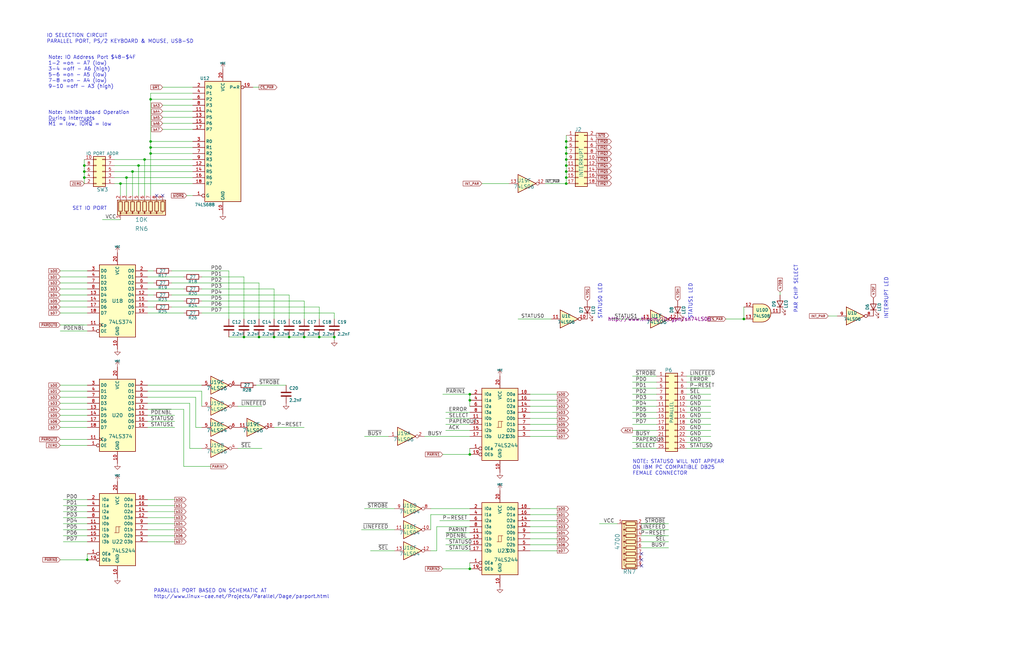
<source format=kicad_sch>
(kicad_sch (version 20211123) (generator eeschema)
  (paper "B")
  (junction (at 238.76 72.39))
  (junction (at 238.76 62.23))
  (junction (at 198.12 191.77))
  (junction (at 238.76 69.85))
  (junction (at 115.57 142.24))
  (junction (at 35.56 72.39))
  (junction (at 109.22 142.24))
  (junction (at 238.76 64.77))
  (junction (at 238.76 74.93))
  (junction (at 63.5 62.23))
  (junction (at 313.69 134.62))
  (junction (at 35.56 74.93))
  (junction (at 55.88 72.39))
  (junction (at 63.5 64.77))
  (junction (at 238.76 59.69))
  (junction (at 50.8 77.47))
  (junction (at 198.12 168.91))
  (junction (at 134.62 142.24))
  (junction (at 121.92 142.24))
  (junction (at 60.96 67.31))
  (junction (at 198.12 240.03))
  (junction (at 198.12 166.37))
  (junction (at 128.27 142.24))
  (junction (at 53.34 74.93))
  (junction (at 58.42 69.85))
  (junction (at 36.83 236.22))
  (junction (at 63.5 41.91))
  (junction (at 102.87 142.24))
  (junction (at 63.5 59.69))
  (junction (at 140.97 142.24))
  (junction (at 238.76 77.47))
  (junction (at 35.56 69.85))
  (junction (at 238.76 67.31))
  (no_connect (at 68.58 82.55))
  (no_connect (at 270.51 238.76))
  (no_connect (at 270.51 233.68))
  (no_connect (at 66.04 82.55))
  (no_connect (at 270.51 236.22))
  (wire (pts (xy 62.23 119.38) (xy 64.77 119.38)))
  (wire (pts (xy 218.44 134.62) (xy 232.41 134.62)))
  (wire (pts (xy 68.58 44.45) (xy 81.28 44.45)))
  (wire (pts (xy 102.87 134.62) (xy 102.87 116.84)))
  (wire (pts (xy 289.56 173.99) (xy 299.72 173.99)))
  (wire (pts (xy 77.47 172.72) (xy 77.47 196.85)))
  (wire (pts (xy 234.95 179.07) (xy 223.52 179.07)))
  (wire (pts (xy 36.83 116.84) (xy 25.4 116.84)))
  (wire (pts (xy 50.8 77.47) (xy 81.28 77.47)))
  (wire (pts (xy 198.12 229.87) (xy 187.96 229.87)))
  (wire (pts (xy 198.12 217.17) (xy 181.61 217.17)))
  (wire (pts (xy 55.88 82.55) (xy 55.88 72.39)))
  (wire (pts (xy 62.23 116.84) (xy 77.47 116.84)))
  (wire (pts (xy 198.12 219.71) (xy 185.42 219.71)))
  (wire (pts (xy 35.56 74.93) (xy 35.56 77.47)))
  (wire (pts (xy 266.7 158.75) (xy 276.86 158.75)))
  (wire (pts (xy 186.69 240.03) (xy 198.12 240.03)))
  (wire (pts (xy 234.95 224.79) (xy 223.52 224.79)))
  (wire (pts (xy 238.76 72.39) (xy 238.76 69.85)))
  (wire (pts (xy 289.56 161.29) (xy 299.72 161.29)))
  (wire (pts (xy 48.26 77.47) (xy 50.8 77.47)))
  (wire (pts (xy 36.83 180.34) (xy 25.4 180.34)))
  (wire (pts (xy 289.56 181.61) (xy 299.72 181.61)))
  (wire (pts (xy 187.96 181.61) (xy 198.12 181.61)))
  (wire (pts (xy 62.23 165.1) (xy 85.09 165.1)))
  (wire (pts (xy 72.39 124.46) (xy 121.92 124.46)))
  (wire (pts (xy 48.26 67.31) (xy 60.96 67.31)))
  (wire (pts (xy 281.94 228.6) (xy 270.51 228.6)))
  (wire (pts (xy 238.76 69.85) (xy 238.76 67.31)))
  (wire (pts (xy 128.27 142.24) (xy 121.92 142.24)))
  (wire (pts (xy 276.86 186.69) (xy 266.7 186.69)))
  (wire (pts (xy 198.12 166.37) (xy 198.12 168.91)))
  (wire (pts (xy 85.09 121.92) (xy 115.57 121.92)))
  (wire (pts (xy 289.56 158.75) (xy 299.72 158.75)))
  (wire (pts (xy 62.23 114.3) (xy 64.77 114.3)))
  (wire (pts (xy 203.2 77.47) (xy 214.63 77.47)))
  (wire (pts (xy 36.83 121.92) (xy 25.4 121.92)))
  (wire (pts (xy 36.83 165.1) (xy 25.4 165.1)))
  (wire (pts (xy 36.83 162.56) (xy 25.4 162.56)))
  (wire (pts (xy 82.55 180.34) (xy 82.55 167.64)))
  (wire (pts (xy 289.56 179.07) (xy 299.72 179.07)))
  (wire (pts (xy 281.94 231.14) (xy 270.51 231.14)))
  (wire (pts (xy 266.7 189.23) (xy 276.86 189.23)))
  (wire (pts (xy 36.83 177.8) (xy 25.4 177.8)))
  (wire (pts (xy 73.66 228.6) (xy 62.23 228.6)))
  (wire (pts (xy 55.88 72.39) (xy 81.28 72.39)))
  (wire (pts (xy 257.81 134.62) (xy 270.51 134.62)))
  (wire (pts (xy 36.83 129.54) (xy 25.4 129.54)))
  (wire (pts (xy 96.52 134.62) (xy 96.52 114.3)))
  (wire (pts (xy 234.95 214.63) (xy 223.52 214.63)))
  (wire (pts (xy 266.7 181.61) (xy 276.86 181.61)))
  (wire (pts (xy 26.67 228.6) (xy 36.83 228.6)))
  (wire (pts (xy 36.83 167.64) (xy 25.4 167.64)))
  (wire (pts (xy 63.5 64.77) (xy 63.5 62.23)))
  (wire (pts (xy 35.56 67.31) (xy 35.56 69.85)))
  (wire (pts (xy 181.61 217.17) (xy 181.61 223.52)))
  (wire (pts (xy 50.8 82.55) (xy 50.8 77.47)))
  (wire (pts (xy 62.23 175.26) (xy 73.66 175.26)))
  (wire (pts (xy 166.37 232.41) (xy 156.21 232.41)))
  (wire (pts (xy 26.67 213.36) (xy 36.83 213.36)))
  (wire (pts (xy 62.23 180.34) (xy 73.66 180.34)))
  (wire (pts (xy 43.18 92.71) (xy 50.8 92.71)))
  (wire (pts (xy 73.66 210.82) (xy 62.23 210.82)))
  (wire (pts (xy 181.61 232.41) (xy 184.15 232.41)))
  (wire (pts (xy 234.95 176.53) (xy 223.52 176.53)))
  (wire (pts (xy 198.12 191.77) (xy 198.12 189.23)))
  (wire (pts (xy 266.7 173.99) (xy 276.86 173.99)))
  (wire (pts (xy 63.5 82.55) (xy 63.5 64.77)))
  (wire (pts (xy 238.76 64.77) (xy 238.76 62.23)))
  (wire (pts (xy 328.93 124.46) (xy 328.93 123.19)))
  (wire (pts (xy 80.01 170.18) (xy 80.01 189.23)))
  (wire (pts (xy 299.72 189.23) (xy 289.56 189.23)))
  (wire (pts (xy 81.28 82.55) (xy 78.74 82.55)))
  (wire (pts (xy 198.12 166.37) (xy 186.69 166.37)))
  (wire (pts (xy 234.95 171.45) (xy 223.52 171.45)))
  (wire (pts (xy 115.57 142.24) (xy 109.22 142.24)))
  (wire (pts (xy 198.12 168.91) (xy 198.12 171.45)))
  (wire (pts (xy 234.95 232.41) (xy 223.52 232.41)))
  (wire (pts (xy 266.7 184.15) (xy 276.86 184.15)))
  (wire (pts (xy 36.83 137.16) (xy 25.4 137.16)))
  (wire (pts (xy 63.5 41.91) (xy 81.28 41.91)))
  (wire (pts (xy 73.66 213.36) (xy 62.23 213.36)))
  (wire (pts (xy 62.23 172.72) (xy 77.47 172.72)))
  (wire (pts (xy 198.12 224.79) (xy 187.96 224.79)))
  (wire (pts (xy 266.7 171.45) (xy 276.86 171.45)))
  (wire (pts (xy 281.94 220.98) (xy 270.51 220.98)))
  (wire (pts (xy 85.09 180.34) (xy 82.55 180.34)))
  (wire (pts (xy 26.67 226.06) (xy 36.83 226.06)))
  (wire (pts (xy 60.96 67.31) (xy 81.28 67.31)))
  (wire (pts (xy 140.97 142.24) (xy 134.62 142.24)))
  (wire (pts (xy 179.07 184.15) (xy 198.12 184.15)))
  (wire (pts (xy 266.7 161.29) (xy 276.86 161.29)))
  (wire (pts (xy 234.95 227.33) (xy 223.52 227.33)))
  (wire (pts (xy 36.83 172.72) (xy 25.4 172.72)))
  (wire (pts (xy 58.42 69.85) (xy 81.28 69.85)))
  (wire (pts (xy 153.67 184.15) (xy 163.83 184.15)))
  (wire (pts (xy 128.27 134.62) (xy 128.27 127)))
  (wire (pts (xy 63.5 39.37) (xy 81.28 39.37)))
  (wire (pts (xy 62.23 132.08) (xy 77.47 132.08)))
  (wire (pts (xy 48.26 74.93) (xy 53.34 74.93)))
  (wire (pts (xy 313.69 134.62) (xy 313.69 129.54)))
  (wire (pts (xy 36.83 132.08) (xy 25.4 132.08)))
  (wire (pts (xy 238.76 67.31) (xy 238.76 64.77)))
  (wire (pts (xy 35.56 69.85) (xy 35.56 72.39)))
  (wire (pts (xy 35.56 72.39) (xy 35.56 74.93)))
  (wire (pts (xy 68.58 54.61) (xy 81.28 54.61)))
  (wire (pts (xy 62.23 127) (xy 77.47 127)))
  (wire (pts (xy 234.95 229.87) (xy 223.52 229.87)))
  (wire (pts (xy 238.76 74.93) (xy 238.76 72.39)))
  (wire (pts (xy 36.83 124.46) (xy 25.4 124.46)))
  (wire (pts (xy 289.56 163.83) (xy 299.72 163.83)))
  (wire (pts (xy 53.34 82.55) (xy 53.34 74.93)))
  (wire (pts (xy 234.95 173.99) (xy 223.52 173.99)))
  (wire (pts (xy 85.09 165.1) (xy 85.09 171.45)))
  (wire (pts (xy 72.39 114.3) (xy 96.52 114.3)))
  (wire (pts (xy 266.7 163.83) (xy 276.86 163.83)))
  (wire (pts (xy 281.94 223.52) (xy 270.51 223.52)))
  (wire (pts (xy 107.95 162.56) (xy 120.65 162.56)))
  (wire (pts (xy 187.96 227.33) (xy 198.12 227.33)))
  (wire (pts (xy 184.15 232.41) (xy 184.15 222.25)))
  (wire (pts (xy 153.67 214.63) (xy 166.37 214.63)))
  (wire (pts (xy 68.58 36.83) (xy 81.28 36.83)))
  (wire (pts (xy 60.96 82.55) (xy 60.96 67.31)))
  (wire (pts (xy 109.22 134.62) (xy 109.22 119.38)))
  (wire (pts (xy 115.57 180.34) (xy 128.27 180.34)))
  (wire (pts (xy 198.12 232.41) (xy 187.96 232.41)))
  (wire (pts (xy 36.83 233.68) (xy 36.83 236.22)))
  (wire (pts (xy 289.56 171.45) (xy 299.72 171.45)))
  (wire (pts (xy 48.26 72.39) (xy 55.88 72.39)))
  (wire (pts (xy 36.83 236.22) (xy 25.4 236.22)))
  (wire (pts (xy 134.62 134.62) (xy 134.62 129.54)))
  (wire (pts (xy 198.12 237.49) (xy 198.12 240.03)))
  (wire (pts (xy 63.5 62.23) (xy 81.28 62.23)))
  (wire (pts (xy 53.34 74.93) (xy 81.28 74.93)))
  (wire (pts (xy 234.95 217.17) (xy 223.52 217.17)))
  (wire (pts (xy 140.97 143.51) (xy 140.97 142.24)))
  (wire (pts (xy 109.22 142.24) (xy 102.87 142.24)))
  (wire (pts (xy 238.76 62.23) (xy 238.76 59.69)))
  (wire (pts (xy 26.67 223.52) (xy 36.83 223.52)))
  (wire (pts (xy 266.7 179.07) (xy 276.86 179.07)))
  (wire (pts (xy 36.83 175.26) (xy 25.4 175.26)))
  (wire (pts (xy 36.83 114.3) (xy 25.4 114.3)))
  (wire (pts (xy 77.47 196.85) (xy 88.9 196.85)))
  (wire (pts (xy 234.95 168.91) (xy 223.52 168.91)))
  (wire (pts (xy 36.83 119.38) (xy 25.4 119.38)))
  (wire (pts (xy 26.67 210.82) (xy 36.83 210.82)))
  (wire (pts (xy 62.23 162.56) (xy 85.09 162.56)))
  (wire (pts (xy 62.23 129.54) (xy 64.77 129.54)))
  (wire (pts (xy 62.23 121.92) (xy 77.47 121.92)))
  (wire (pts (xy 186.69 191.77) (xy 198.12 191.77)))
  (wire (pts (xy 73.66 220.98) (xy 62.23 220.98)))
  (wire (pts (xy 121.92 142.24) (xy 115.57 142.24)))
  (wire (pts (xy 260.35 220.98) (xy 252.73 220.98)))
  (wire (pts (xy 48.26 69.85) (xy 58.42 69.85)))
  (wire (pts (xy 234.95 222.25) (xy 223.52 222.25)))
  (wire (pts (xy 25.4 139.7) (xy 36.83 139.7)))
  (wire (pts (xy 62.23 124.46) (xy 64.77 124.46)))
  (wire (pts (xy 306.07 134.62) (xy 313.69 134.62)))
  (wire (pts (xy 266.7 168.91) (xy 276.86 168.91)))
  (wire (pts (xy 234.95 184.15) (xy 223.52 184.15)))
  (wire (pts (xy 85.09 116.84) (xy 102.87 116.84)))
  (wire (pts (xy 85.09 127) (xy 128.27 127)))
  (wire (pts (xy 73.66 218.44) (xy 62.23 218.44)))
  (wire (pts (xy 234.95 181.61) (xy 223.52 181.61)))
  (wire (pts (xy 63.5 59.69) (xy 63.5 41.91)))
  (wire (pts (xy 238.76 77.47) (xy 238.76 74.93)))
  (wire (pts (xy 100.33 171.45) (xy 110.49 171.45)))
  (wire (pts (xy 229.87 77.47) (xy 238.76 77.47)))
  (wire (pts (xy 102.87 142.24) (xy 96.52 142.24)))
  (wire (pts (xy 121.92 134.62) (xy 121.92 124.46)))
  (wire (pts (xy 281.94 226.06) (xy 270.51 226.06)))
  (wire (pts (xy 36.83 185.42) (xy 25.4 185.42)))
  (wire (pts (xy 289.56 184.15) (xy 299.72 184.15)))
  (wire (pts (xy 72.39 119.38) (xy 109.22 119.38)))
  (wire (pts (xy 80.01 189.23) (xy 85.09 189.23)))
  (wire (pts (xy 36.83 187.96) (xy 25.4 187.96)))
  (wire (pts (xy 187.96 173.99) (xy 198.12 173.99)))
  (wire (pts (xy 63.5 41.91) (xy 63.5 39.37)))
  (wire (pts (xy 85.09 132.08) (xy 140.97 132.08)))
  (wire (pts (xy 198.12 214.63) (xy 181.61 214.63)))
  (wire (pts (xy 26.67 215.9) (xy 36.83 215.9)))
  (wire (pts (xy 62.23 167.64) (xy 82.55 167.64)))
  (wire (pts (xy 349.25 133.35) (xy 353.06 133.35)))
  (wire (pts (xy 72.39 129.54) (xy 134.62 129.54)))
  (wire (pts (xy 266.7 166.37) (xy 276.86 166.37)))
  (wire (pts (xy 26.67 218.44) (xy 36.83 218.44)))
  (wire (pts (xy 63.5 59.69) (xy 81.28 59.69)))
  (wire (pts (xy 106.68 36.83) (xy 109.22 36.83)))
  (wire (pts (xy 234.95 219.71) (xy 223.52 219.71)))
  (wire (pts (xy 198.12 179.07) (xy 187.96 179.07)))
  (wire (pts (xy 289.56 186.69) (xy 299.72 186.69)))
  (wire (pts (xy 68.58 49.53) (xy 81.28 49.53)))
  (wire (pts (xy 100.33 189.23) (xy 110.49 189.23)))
  (wire (pts (xy 62.23 177.8) (xy 73.66 177.8)))
  (wire (pts (xy 63.5 62.23) (xy 63.5 59.69)))
  (wire (pts (xy 58.42 82.55) (xy 58.42 69.85)))
  (wire (pts (xy 140.97 134.62) (xy 140.97 132.08)))
  (wire (pts (xy 73.66 223.52) (xy 62.23 223.52)))
  (wire (pts (xy 134.62 142.24) (xy 128.27 142.24)))
  (wire (pts (xy 68.58 46.99) (xy 81.28 46.99)))
  (wire (pts (xy 68.58 52.07) (xy 81.28 52.07)))
  (wire (pts (xy 115.57 134.62) (xy 115.57 121.92)))
  (wire (pts (xy 289.56 166.37) (xy 299.72 166.37)))
  (wire (pts (xy 234.95 166.37) (xy 223.52 166.37)))
  (wire (pts (xy 152.4 223.52) (xy 166.37 223.52)))
  (wire (pts (xy 62.23 170.18) (xy 80.01 170.18)))
  (wire (pts (xy 36.83 127) (xy 25.4 127)))
  (wire (pts (xy 289.56 176.53) (xy 299.72 176.53)))
  (wire (pts (xy 289.56 168.91) (xy 299.72 168.91)))
  (wire (pts (xy 238.76 59.69) (xy 238.76 57.15)))
  (wire (pts (xy 73.66 215.9) (xy 62.23 215.9)))
  (wire (pts (xy 26.67 220.98) (xy 36.83 220.98)))
  (wire (pts (xy 73.66 226.06) (xy 62.23 226.06)))
  (wire (pts (xy 187.96 176.53) (xy 198.12 176.53)))
  (wire (pts (xy 63.5 64.77) (xy 81.28 64.77)))
  (wire (pts (xy 36.83 170.18) (xy 25.4 170.18)))
  (wire (pts (xy 266.7 176.53) (xy 276.86 176.53)))
  (wire (pts (xy 184.15 222.25) (xy 198.12 222.25)))
  (text "Note: Inhibit Board Operation\nDuring Interrupts\n~{M1} = low, ~{IORQ} = low" (at 20.32 53.34 0) (effects (font (size 1.524 1.524)) (justify left bottom)))
  (text "SET IO PORT" (at 30.48 88.9 0) (effects (font (size 1.524 1.524)) (justify left bottom)))
  (text "NOTE: STATUS0 WILL NOT APPEAR \nON IBM PC COMPATIBLE DB25 \nFEMALE CONNECTOR" (at 266.7 200.66 0) (effects (font (size 1.524 1.524)) (justify left bottom)))
  (text "PARALLEL PORT BASED ON SCHEMATIC AT\nhttp://www.linux-cae.net/Projects/Parallel/Dage/parport.html" (at 64.77 252.73 0) (effects (font (size 1.524 1.524)) (justify left bottom)))
  (text "STATUS1 LED" (at 292.1 134.62 90) (effects (font (size 1.524 1.524)) (justify left bottom)))
  (text "INTERRUPT LED" (at 374.65 134.62 90) (effects (font (size 1.524 1.524)) (justify left bottom)))
  (text "PAR CHIP SELECT" (at 336.55 132.08 90) (effects (font (size 1.524 1.524)) (justify left bottom)))
  (text "STATUS0 LED" (at 254 134.62 90) (effects (font (size 1.524 1.524)) (justify left bottom)))
  (text "Note: IO Address Port $48-$4F\n1-2 =on - A7 (low)\n3-4 =off - A6 (high)\n5-6 =on - A5 (low)\n7-8 =on - A4 (low)\n9-10 =off - A3 (high)" (at 20.32 37.465 0) (effects (font (size 1.524 1.524)) (justify left bottom)))
  (text "IO SELECTION CIRCUIT\nPARALLEL PORT, PS/2 KEYBOARD & MOUSE, USB-SD" (at 19.685 18.415 0) (effects (font (size 1.524 1.524)) (justify left bottom)))
  (label "VCC" (at 259.08 220.98 180) (effects (font (size 1.524 1.524))))
  (label "PD1" (at 267.97 163.83 0) (effects (font (size 1.524 1.524))))
  (label "PAPEROUT" (at 189.23 179.07 0) (effects (font (size 1.524 1.524))))
  (label "~{LINEFEED}" (at 101.6 171.45 0) (effects (font (size 1.524 1.524))))
  (label "PD1" (at 27.94 213.36 0) (effects (font (size 1.524 1.524))))
  (label "ERROR" (at 290.83 161.29 0) (effects (font (size 1.524 1.524))))
  (label "~{SEL}" (at 280.67 228.6 180) (effects (font (size 1.524 1.524))))
  (label "GND" (at 290.83 168.91 0) (effects (font (size 1.524 1.524))))
  (label "PD4" (at 267.97 171.45 0) (effects (font (size 1.524 1.524))))
  (label "PD3" (at 88.9 121.92 0) (effects (font (size 1.524 1.524))))
  (label "PD1" (at 88.9 116.84 0) (effects (font (size 1.524 1.524))))
  (label "P-RESET" (at 116.84 180.34 0) (effects (font (size 1.524 1.524))))
  (label "GND" (at 290.83 176.53 0) (effects (font (size 1.524 1.524))))
  (label "P-RESET" (at 186.5884 219.71 0) (effects (font (size 1.524 1.524))))
  (label "ERROR" (at 189.23 173.99 0) (effects (font (size 1.524 1.524))))
  (label "~{STROBE}" (at 267.97 158.75 0) (effects (font (size 1.524 1.524))))
  (label "~{SEL}" (at 101.6 189.23 0) (effects (font (size 1.524 1.524))))
  (label "PD0" (at 88.9 114.3 0) (effects (font (size 1.524 1.524))))
  (label "~{SEL}" (at 290.83 166.37 0) (effects (font (size 1.524 1.524))))
  (label "ACK" (at 189.23 181.61 0) (effects (font (size 1.524 1.524))))
  (label "PD4" (at 27.94 220.98 0) (effects (font (size 1.524 1.524))))
  (label "~{PDENBL}" (at 63.5 175.26 0) (effects (font (size 1.524 1.524))))
  (label "PD6" (at 88.9 129.54 0) (effects (font (size 1.524 1.524))))
  (label "~{LINEFEED}" (at 153.0096 223.52 0) (effects (font (size 1.524 1.524))))
  (label "STATUS0" (at 290.83 189.23 0) (effects (font (size 1.524 1.524))))
  (label "GND" (at 290.83 171.45 0) (effects (font (size 1.524 1.524))))
  (label "~{LINEFEED}" (at 290.83 158.75 0) (effects (font (size 1.524 1.524))))
  (label "STATUS0" (at 63.5 177.8 0) (effects (font (size 1.524 1.524))))
  (label "STATUS1" (at 63.5 180.34 0) (effects (font (size 1.524 1.524))))
  (label "P-RESET" (at 290.83 163.83 0) (effects (font (size 1.524 1.524))))
  (label "STATUS0" (at 189.23 229.87 0) (effects (font (size 1.524 1.524))))
  (label "PD7" (at 27.94 228.6 0) (effects (font (size 1.524 1.524))))
  (label "PD2" (at 267.97 166.37 0) (effects (font (size 1.524 1.524))))
  (label "GND" (at 290.83 173.99 0) (effects (font (size 1.524 1.524))))
  (label "VCC" (at 44.45 92.71 0) (effects (font (size 1.524 1.524))))
  (label "PD2" (at 88.9 119.38 0) (effects (font (size 1.524 1.524))))
  (label "GND" (at 290.83 186.69 0) (effects (font (size 1.524 1.524))))
  (label "PD5" (at 88.9 127 0) (effects (font (size 1.524 1.524))))
  (label "~{STROBE}" (at 280.67 220.98 180) (effects (font (size 1.524 1.524))))
  (label "BUSY" (at 180.34 184.15 0) (effects (font (size 1.524 1.524))))
  (label "PARINT" (at 189.0268 224.79 0) (effects (font (size 1.524 1.524))))
  (label "PD5" (at 267.97 173.99 0) (effects (font (size 1.524 1.524))))
  (label "PD5" (at 27.94 223.52 0) (effects (font (size 1.524 1.524))))
  (label "STATUS1" (at 259.08 134.62 0) (effects (font (size 1.524 1.524))))
  (label "PD3" (at 267.97 168.91 0) (effects (font (size 1.524 1.524))))
  (label "STATUS1" (at 189.23 232.41 0) (effects (font (size 1.524 1.524))))
  (label "GND" (at 290.83 184.15 0) (effects (font (size 1.524 1.524))))
  (label "~{PDENBL}" (at 187.96 227.33 0) (effects (font (size 1.524 1.524))))
  (label "~{BUSY}" (at 154.94 184.15 0) (effects (font (size 1.524 1.524))))
  (label "GND" (at 290.83 181.61 0) (effects (font (size 1.524 1.524))))
  (label "PD2" (at 27.94 215.9 0) (effects (font (size 1.524 1.524))))
  (label "PD0" (at 267.97 161.29 0) (effects (font (size 1.524 1.524))))
  (label "PD3" (at 27.94 218.44 0) (effects (font (size 1.524 1.524))))
  (label "GND" (at 290.83 179.07 0) (effects (font (size 1.524 1.524))))
  (label "PD7" (at 267.97 179.07 0) (effects (font (size 1.524 1.524))))
  (label "PAPEROUT" (at 267.97 186.69 0) (effects (font (size 1.524 1.524))))
  (label "PD0" (at 27.94 210.82 0) (effects (font (size 1.524 1.524))))
  (label "PD6" (at 27.94 226.06 0) (effects (font (size 1.524 1.524))))
  (label "BUSY" (at 280.67 231.14 180) (effects (font (size 1.524 1.524))))
  (label "PD7" (at 88.9 132.08 0) (effects (font (size 1.524 1.524))))
  (label "SELECT" (at 267.97 189.23 0) (effects (font (size 1.524 1.524))))
  (label "~{SEL}" (at 159.4612 232.41 0) (effects (font (size 1.524 1.524))))
  (label "~{PDENBL}" (at 26.67 139.7 0) (effects (font (size 1.524 1.524))))
  (label "P-RESET" (at 280.67 226.06 180) (effects (font (size 1.524 1.524))))
  (label "~{INT_PAR}" (at 229.87 77.47 0) (effects (font (size 1.016 1.016))))
  (label "PD4" (at 88.9 124.46 0) (effects (font (size 1.524 1.524))))
  (label "SELECT" (at 189.23 176.53 0) (effects (font (size 1.524 1.524))))
  (label "PD6" (at 267.97 176.53 0) (effects (font (size 1.524 1.524))))
  (label "~{PARIN1}" (at 187.96 166.37 0) (effects (font (size 1.524 1.524))))
  (label "~{BUSY}" (at 267.97 184.15 0) (effects (font (size 1.524 1.524))))
  (label "STATUS0" (at 219.71 134.62 0) (effects (font (size 1.524 1.524))))
  (label "~{LINEFEED}" (at 280.67 223.52 180) (effects (font (size 1.524 1.524))))
  (label "~{STROBE}" (at 154.8892 214.63 0) (effects (font (size 1.524 1.524))))
  (label "~{STROBE}" (at 109.22 162.56 0) (effects (font (size 1.524 1.524))))
  (global_label "bD3" (shape output) (at 73.66 218.44 0) (effects (font (size 1.016 1.016))) (property "Intersheet References" "${INTERSHEET_REFS}" (effects hide)))
  (global_label "~{PARIN2}" (shape input) (at 186.69 240.03 180) (effects (font (size 1.016 1.016))) (property "Intersheet References" "${INTERSHEET_REFS}" (effects hide)))
  (global_label "ACK" (shape output) (at 266.7 181.61 180) (effects (font (size 1.016 1.016))) (property "Intersheet References" "${INTERSHEET_REFS}" (effects hide)))
  (global_label "~{EIRQ3}" (shape output) (at 251.46 67.31 0) (effects (font (size 1.016 1.016))) (property "Intersheet References" "${INTERSHEET_REFS}" (effects hide)))
  (global_label "~{PARIN0}" (shape input) (at 25.4 236.22 180) (effects (font (size 1.016 1.016))) (property "Intersheet References" "${INTERSHEET_REFS}" (effects hide)))
  (global_label "INT_PAR" (shape input) (at 203.2 77.47 180) (effects (font (size 1.016 1.016))) (property "Intersheet References" "${INTERSHEET_REFS}" (effects hide)))
  (global_label "470B" (shape input) (at 328.93 123.19 90) (effects (font (size 1.016 1.016))) (property "Intersheet References" "${INTERSHEET_REFS}" (effects hide)))
  (global_label "~{PAROUT2}" (shape input) (at 25.4 185.42 180) (effects (font (size 1.016 1.016))) (property "Intersheet References" "${INTERSHEET_REFS}" (effects hide)))
  (global_label "bD4" (shape output) (at 73.66 220.98 0) (effects (font (size 1.016 1.016))) (property "Intersheet References" "${INTERSHEET_REFS}" (effects hide)))
  (global_label "bA4" (shape input) (at 68.58 46.99 180) (effects (font (size 1.016 1.016))) (property "Intersheet References" "${INTERSHEET_REFS}" (effects hide)))
  (global_label "bD3" (shape input) (at 25.4 121.92 180) (effects (font (size 1.016 1.016))) (property "Intersheet References" "${INTERSHEET_REFS}" (effects hide)))
  (global_label "~{EIRQ0}" (shape output) (at 251.46 59.69 0) (effects (font (size 1.016 1.016))) (property "Intersheet References" "${INTERSHEET_REFS}" (effects hide)))
  (global_label "~{EIRQ2}" (shape output) (at 251.46 64.77 0) (effects (font (size 1.016 1.016))) (property "Intersheet References" "${INTERSHEET_REFS}" (effects hide)))
  (global_label "~{INT0}" (shape output) (at 251.46 57.15 0) (effects (font (size 1.016 1.016))) (property "Intersheet References" "${INTERSHEET_REFS}" (effects hide)))
  (global_label "bD0" (shape input) (at 25.4 114.3 180) (effects (font (size 1.016 1.016))) (property "Intersheet References" "${INTERSHEET_REFS}" (effects hide)))
  (global_label "bD2" (shape output) (at 234.95 219.71 0) (effects (font (size 1.016 1.016))) (property "Intersheet References" "${INTERSHEET_REFS}" (effects hide)))
  (global_label "bD2" (shape output) (at 73.66 215.9 0) (effects (font (size 1.016 1.016))) (property "Intersheet References" "${INTERSHEET_REFS}" (effects hide)))
  (global_label "bA3" (shape input) (at 68.58 44.45 180) (effects (font (size 1.016 1.016))) (property "Intersheet References" "${INTERSHEET_REFS}" (effects hide)))
  (global_label "~{PARIN1}" (shape input) (at 186.69 191.77 180) (effects (font (size 1.016 1.016))) (property "Intersheet References" "${INTERSHEET_REFS}" (effects hide)))
  (global_label "bD5" (shape output) (at 234.95 179.07 0) (effects (font (size 1.016 1.016))) (property "Intersheet References" "${INTERSHEET_REFS}" (effects hide)))
  (global_label "~{bM1}" (shape input) (at 68.58 36.83 180) (effects (font (size 1.016 1.016))) (property "Intersheet References" "${INTERSHEET_REFS}" (effects hide)))
  (global_label "bD4" (shape input) (at 25.4 172.72 180) (effects (font (size 1.016 1.016))) (property "Intersheet References" "${INTERSHEET_REFS}" (effects hide)))
  (global_label "bD7" (shape input) (at 25.4 180.34 180) (effects (font (size 1.016 1.016))) (property "Intersheet References" "${INTERSHEET_REFS}" (effects hide)))
  (global_label "bD6" (shape output) (at 234.95 181.61 0) (effects (font (size 1.016 1.016))) (property "Intersheet References" "${INTERSHEET_REFS}" (effects hide)))
  (global_label "bD7" (shape input) (at 25.4 132.08 180) (effects (font (size 1.016 1.016))) (property "Intersheet References" "${INTERSHEET_REFS}" (effects hide)))
  (global_label "bD1" (shape input) (at 25.4 116.84 180) (effects (font (size 1.016 1.016))) (property "Intersheet References" "${INTERSHEET_REFS}" (effects hide)))
  (global_label "bD5" (shape input) (at 25.4 175.26 180) (effects (font (size 1.016 1.016))) (property "Intersheet References" "${INTERSHEET_REFS}" (effects hide)))
  (global_label "bA7" (shape input) (at 68.58 54.61 180) (effects (font (size 1.016 1.016))) (property "Intersheet References" "${INTERSHEET_REFS}" (effects hide)))
  (global_label "bD1" (shape output) (at 73.66 213.36 0) (effects (font (size 1.016 1.016))) (property "Intersheet References" "${INTERSHEET_REFS}" (effects hide)))
  (global_label "bD0" (shape input) (at 25.4 162.56 180) (effects (font (size 1.016 1.016))) (property "Intersheet References" "${INTERSHEET_REFS}" (effects hide)))
  (global_label "bA6" (shape input) (at 68.58 52.07 180) (effects (font (size 1.016 1.016))) (property "Intersheet References" "${INTERSHEET_REFS}" (effects hide)))
  (global_label "bD0" (shape output) (at 73.66 210.82 0) (effects (font (size 1.016 1.016))) (property "Intersheet References" "${INTERSHEET_REFS}" (effects hide)))
  (global_label "bD5" (shape input) (at 25.4 127 180) (effects (font (size 1.016 1.016))) (property "Intersheet References" "${INTERSHEET_REFS}" (effects hide)))
  (global_label "bD7" (shape output) (at 73.66 228.6 0) (effects (font (size 1.016 1.016))) (property "Intersheet References" "${INTERSHEET_REFS}" (effects hide)))
  (global_label "470F" (shape input) (at 368.3 125.73 90) (effects (font (size 1.016 1.016))) (property "Intersheet References" "${INTERSHEET_REFS}" (effects hide)))
  (global_label "bD6" (shape output) (at 234.95 229.87 0) (effects (font (size 1.016 1.016))) (property "Intersheet References" "${INTERSHEET_REFS}" (effects hide)))
  (global_label "bD7" (shape output) (at 234.95 184.15 0) (effects (font (size 1.016 1.016))) (property "Intersheet References" "${INTERSHEET_REFS}" (effects hide)))
  (global_label "bD1" (shape output) (at 234.95 217.17 0) (effects (font (size 1.016 1.016))) (property "Intersheet References" "${INTERSHEET_REFS}" (effects hide)))
  (global_label "bD2" (shape input) (at 25.4 167.64 180) (effects (font (size 1.016 1.016))) (property "Intersheet References" "${INTERSHEET_REFS}" (effects hide)))
  (global_label "~{EIRQ4}" (shape output) (at 251.46 69.85 0) (effects (font (size 1.016 1.016))) (property "Intersheet References" "${INTERSHEET_REFS}" (effects hide)))
  (global_label "bD6" (shape input) (at 25.4 129.54 180) (effects (font (size 1.016 1.016))) (property "Intersheet References" "${INTERSHEET_REFS}" (effects hide)))
  (global_label "~{EIRQ7}" (shape output) (at 251.46 77.47 0) (effects (font (size 1.016 1.016))) (property "Intersheet References" "${INTERSHEET_REFS}" (effects hide)))
  (global_label "bD1" (shape input) (at 25.4 165.1 180) (effects (font (size 1.016 1.016))) (property "Intersheet References" "${INTERSHEET_REFS}" (effects hide)))
  (global_label "bA5" (shape input) (at 68.58 49.53 180) (effects (font (size 1.016 1.016))) (property "Intersheet References" "${INTERSHEET_REFS}" (effects hide)))
  (global_label "bD0" (shape output) (at 234.95 214.63 0) (effects (font (size 1.016 1.016))) (property "Intersheet References" "${INTERSHEET_REFS}" (effects hide)))
  (global_label "ZERO" (shape input) (at 25.4 187.96 180) (effects (font (size 1.016 1.016))) (property "Intersheet References" "${INTERSHEET_REFS}" (effects hide)))
  (global_label "bD5" (shape output) (at 234.95 227.33 0) (effects (font (size 1.016 1.016))) (property "Intersheet References" "${INTERSHEET_REFS}" (effects hide)))
  (global_label "470G" (shape input) (at 247.65 127 90) (effects (font (size 1.016 1.016))) (property "Intersheet References" "${INTERSHEET_REFS}" (effects hide)))
  (global_label "ZERO" (shape input) (at 35.56 77.47 180) (effects (font (size 1.016 1.016))) (property "Intersheet References" "${INTERSHEET_REFS}" (effects hide)))
  (global_label "~{bIORQ}" (shape input) (at 78.74 82.55 180) (effects (font (size 1.016 1.016))) (property "Intersheet References" "${INTERSHEET_REFS}" (effects hide)))
  (global_label "~{CS_PAR}" (shape output) (at 109.22 36.83 0) (effects (font (size 1.016 1.016))) (property "Intersheet References" "${INTERSHEET_REFS}" (effects hide)))
  (global_label "bD6" (shape output) (at 73.66 226.06 0) (effects (font (size 1.016 1.016))) (property "Intersheet References" "${INTERSHEET_REFS}" (effects hide)))
  (global_label "bD3" (shape output) (at 234.95 222.25 0) (effects (font (size 1.016 1.016))) (property "Intersheet References" "${INTERSHEET_REFS}" (effects hide)))
  (global_label "~{EIRQ1}" (shape output) (at 251.46 62.23 0) (effects (font (size 1.016 1.016))) (property "Intersheet References" "${INTERSHEET_REFS}" (effects hide)))
  (global_label "bD2" (shape input) (at 25.4 119.38 180) (effects (font (size 1.016 1.016))) (property "Intersheet References" "${INTERSHEET_REFS}" (effects hide)))
  (global_label "bD3" (shape output) (at 234.95 173.99 0) (effects (font (size 1.016 1.016))) (property "Intersheet References" "${INTERSHEET_REFS}" (effects hide)))
  (global_label "bD7" (shape output) (at 234.95 232.41 0) (effects (font (size 1.016 1.016))) (property "Intersheet References" "${INTERSHEET_REFS}" (effects hide)))
  (global_label "~{EIRQ6}" (shape output) (at 251.46 74.93 0) (effects (font (size 1.016 1.016))) (property "Intersheet References" "${INTERSHEET_REFS}" (effects hide)))
  (global_label "~{PAROUT0}" (shape input) (at 25.4 137.16 180) (effects (font (size 1.016 1.016))) (property "Intersheet References" "${INTERSHEET_REFS}" (effects hide)))
  (global_label "bD1" (shape output) (at 234.95 168.91 0) (effects (font (size 1.016 1.016))) (property "Intersheet References" "${INTERSHEET_REFS}" (effects hide)))
  (global_label "bD0" (shape output) (at 234.95 166.37 0) (effects (font (size 1.016 1.016))) (property "Intersheet References" "${INTERSHEET_REFS}" (effects hide)))
  (global_label "~{CS_PAR}" (shape input) (at 306.07 134.62 180) (effects (font (size 1.016 1.016))) (property "Intersheet References" "${INTERSHEET_REFS}" (effects hide)))
  (global_label "bD4" (shape input) (at 25.4 124.46 180) (effects (font (size 1.016 1.016))) (property "Intersheet References" "${INTERSHEET_REFS}" (effects hide)))
  (global_label "INT_PAR" (shape input) (at 349.25 133.35 180) (effects (font (size 1.016 1.016))) (property "Intersheet References" "${INTERSHEET_REFS}" (effects hide)))
  (global_label "bD4" (shape output) (at 234.95 224.79 0) (effects (font (size 1.016 1.016))) (property "Intersheet References" "${INTERSHEET_REFS}" (effects hide)))
  (global_label "470H" (shape input) (at 285.75 127 90) (effects (font (size 1.016 1.016))) (property "Intersheet References" "${INTERSHEET_REFS}" (effects hide)))
  (global_label "bD3" (shape input) (at 25.4 170.18 180) (effects (font (size 1.016 1.016))) (property "Intersheet References" "${INTERSHEET_REFS}" (effects hide)))
  (global_label "bD6" (shape input) (at 25.4 177.8 180) (effects (font (size 1.016 1.016))) (property "Intersheet References" "${INTERSHEET_REFS}" (effects hide)))
  (global_label "PARINT" (shape output) (at 88.9 196.85 0) (effects (font (size 1.016 1.016))) (property "Intersheet References" "${INTERSHEET_REFS}" (effects hide)))
  (global_label "~{EIRQ5}" (shape output) (at 251.46 72.39 0) (effects (font (size 1.016 1.016))) (property "Intersheet References" "${INTERSHEET_REFS}" (effects hide)))
  (global_label "bD5" (shape output) (at 73.66 223.52 0) (effects (font (size 1.016 1.016))) (property "Intersheet References" "${INTERSHEET_REFS}" (effects hide)))
  (global_label "bD2" (shape output) (at 234.95 171.45 0) (effects (font (size 1.016 1.016))) (property "Intersheet References" "${INTERSHEET_REFS}" (effects hide)))
  (global_label "bD4" (shape output) (at 234.95 176.53 0) (effects (font (size 1.016 1.016))) (property "Intersheet References" "${INTERSHEET_REFS}" (effects hide)))
  (symbol (lib_id "74xx:74LS244") (at 210.82 179.07 0) (unit 1)
    (property "Reference" "U21" (at 212.09 184.15 0) (effects (font (size 1.524 1.524))))
    (property "Value" "74LS244" (at 213.36 187.96 0) (effects (font (size 1.524 1.524))))
    (property "Footprint" "Package_DIP:DIP-20_W7.62mm" (effects hide))
    (property "Datasheet" "http://www.ti.com/lit/ds/symlink/sn74ls244.pdf" (effects hide))
  )
  (symbol (lib_id "Device:R") (at 81.28 132.08 270) (unit 1)
    (property "Reference" "R26" (at 81.28 134.112 90))
    (property "Value" "27" (at 81.28 132.08 90))
    (property "Footprint" "Resistor_THT:R_Axial_DIN0207_L6.3mm_D2.5mm_P7.62mm_Horizontal" (effects hide))
  )
  (symbol (lib_id "74xx:74LS06") (at 278.13 134.62 0) (unit 6)
    (property "Reference" "U1" (at 276.86 133.35 0) (effects (font (size 1.524 1.524))))
    (property "Value" "74LS06" (at 276.86 135.89 0) (effects (font (size 1.524 1.524))))
    (property "Footprint" "Package_DIP:DIP-14_W7.62mm" (effects hide))
    (property "Datasheet" "http://www.ti.com/lit/gpn/sn74LS06" (at 278.13 134.62 0) (effects (font (size 1.524 1.524))))
  )
  (symbol (lib_id "74xx:74LS06") (at 240.03 134.62 0) (unit 5)
    (property "Reference" "U1" (at 238.76 133.35 0))
    (property "Value" "74LS06" (at 238.76 135.89 0))
    (property "Footprint" "Package_DIP:DIP-14_W7.62mm" (effects hide))
    (property "Datasheet" "http://www.ti.com/lit/gpn/sn74LS06" (effects hide))
  )
  (symbol (lib_id "74xx:74LS08") (at 321.31 132.08 0) (unit 4)
    (property "Reference" "U10" (at 318.77 130.81 0) (effects (justify left)))
    (property "Value" "74LS08" (at 317.5 133.35 0) (effects (justify left)))
    (property "Footprint" "Package_DIP:DIP-14_W7.62mm" (effects hide))
    (property "Datasheet" "http://www.ti.com/lit/gpn/sn74LS08" (effects hide))
  )
  (symbol (lib_id "74xx:74LS04") (at 92.71 180.34 0) (unit 3)
    (property "Reference" "U16" (at 91.44 179.07 0) (effects (font (size 1.524 1.524))))
    (property "Value" "74LS04" (at 91.44 181.61 0) (effects (font (size 1.524 1.524))))
    (property "Footprint" "Package_DIP:DIP-14_W7.62mm" (effects hide))
    (property "Datasheet" "http://www.ti.com/lit/gpn/sn74LS04" (effects hide))
  )
  (symbol (lib_id "74xx:74LS244") (at 210.82 227.33 0) (unit 1)
    (property "Reference" "U23" (at 212.09 232.41 0) (effects (font (size 1.524 1.524))))
    (property "Value" "74LS244" (at 213.36 236.22 0) (effects (font (size 1.524 1.524))))
    (property "Footprint" "Package_DIP:DIP-20_W7.62mm" (effects hide))
    (property "Datasheet" "http://www.ti.com/lit/ds/symlink/sn74ls244.pdf" (effects hide))
  )
  (symbol (lib_id "Connector_Generic:Conn_02x13_Odd_Even") (at 281.94 173.99 0) (unit 1)
    (property "Reference" "P6" (at 281.94 156.21 0) (effects (font (size 1.524 1.524))))
    (property "Value" "PARALLEL" (at 283.21 173.99 90))
    (property "Footprint" "Connector_IDC:IDC-Header_2x13_P2.54mm_Horizontal" (effects hide))
  )
  (symbol (lib_id "Device:R") (at 68.58 124.46 270) (unit 1)
    (property "Reference" "R23" (at 68.58 126.492 90))
    (property "Value" "27" (at 68.58 124.46 90))
    (property "Footprint" "Resistor_THT:R_Axial_DIN0207_L6.3mm_D2.5mm_P7.62mm_Horizontal" (effects hide))
  )
  (symbol (lib_id "Device:C") (at 128.27 138.43 0) (unit 1)
    (property "Reference" "C17" (at 129.54 135.89 0) (effects (justify left)))
    (property "Value" "2.2nF" (at 129.54 140.97 0) (effects (justify left)))
    (property "Footprint" "Capacitor_THT:C_Disc_D5.0mm_W2.5mm_P5.00mm" (effects hide))
  )
  (symbol (lib_id "74xx:74LS06") (at 171.45 184.15 0) (unit 1)
    (property "Reference" "U19" (at 170.18 182.88 0) (effects (font (size 1.524 1.524))))
    (property "Value" "74LS06" (at 170.18 185.42 0) (effects (font (size 1.524 1.524))))
    (property "Footprint" "Package_DIP:DIP-14_W7.62mm" (effects hide))
    (property "Datasheet" "http://www.ti.com/lit/gpn/sn74LS06" (effects hide))
  )
  (symbol (lib_id "74xx:74LS06") (at 222.25 77.47 0) (unit 6)
    (property "Reference" "U19" (at 220.98 76.2 0) (effects (font (size 1.524 1.524))))
    (property "Value" "74LS06" (at 220.98 78.74 0) (effects (font (size 1.524 1.524))))
    (property "Footprint" "Package_DIP:DIP-14_W7.62mm" (effects hide))
    (property "Datasheet" "http://www.ti.com/lit/gpn/sn74LS06" (effects hide))
  )
  (symbol (lib_id "power:VCC") (at 210.82 207.01 0) (unit 1)
    (property "Reference" "#PWR052" (effects hide))
    (property "Value" "VCC" (at 210.82 204.47 0) (effects (font (size 0.762 0.762))))
  )
  (symbol (lib_id "power:GND") (at 210.82 199.39 0) (unit 1)
    (property "Reference" "#PWR050" (effects hide))
    (property "Value" "GND" (effects hide))
  )
  (symbol (lib_id "power:GND") (at 210.82 247.65 0) (unit 1)
    (property "Reference" "#PWR054" (effects hide))
    (property "Value" "GND" (effects hide))
  )
  (symbol (lib_id "power:GND") (at 120.65 170.18 0) (unit 1)
    (property "Reference" "#PWR048" (effects hide))
    (property "Value" "GND" (effects hide))
  )
  (symbol (lib_id "74xx:74LS374") (at 49.53 127 0) (unit 1)
    (property "Reference" "U18" (at 49.53 127 0) (effects (font (size 1.524 1.524))))
    (property "Value" "74LS374" (at 50.8 135.89 0) (effects (font (size 1.524 1.524))))
    (property "Footprint" "Package_DIP:DIP-20_W7.62mm" (effects hide))
    (property "Datasheet" "http://www.ti.com/lit/gpn/sn74LS374" (effects hide))
  )
  (symbol (lib_id "Device:R") (at 81.28 121.92 270) (unit 1)
    (property "Reference" "R20" (at 81.28 123.952 90))
    (property "Value" "27" (at 81.28 121.92 90))
    (property "Footprint" "Resistor_THT:R_Axial_DIN0207_L6.3mm_D2.5mm_P7.62mm_Horizontal" (effects hide))
  )
  (symbol (lib_id "Device:R") (at 81.28 127 270) (unit 1)
    (property "Reference" "R24" (at 81.28 129.032 90))
    (property "Value" "27" (at 81.28 127 90))
    (property "Footprint" "Resistor_THT:R_Axial_DIN0207_L6.3mm_D2.5mm_P7.62mm_Horizontal" (effects hide))
  )
  (symbol (lib_id "Device:R") (at 104.14 162.56 270) (unit 1)
    (property "Reference" "R28" (at 104.14 164.592 90))
    (property "Value" "27" (at 104.14 162.56 90))
    (property "Footprint" "Resistor_THT:R_Axial_DIN0207_L6.3mm_D2.5mm_P7.62mm_Horizontal" (effects hide))
  )
  (symbol (lib_id "Connector_Generic:Conn_02x05_Odd_Even") (at 43.18 72.39 180) (unit 1)
    (property "Reference" "SW3" (at 43.18 80.01 0) (effects (font (size 1.524 1.524))))
    (property "Value" "IO PORT ADDR" (at 43.18 64.77 0))
    (property "Footprint" "Connector_PinHeader_2.54mm:PinHeader_2x05_P2.54mm_Vertical" (effects hide))
  )
  (symbol (lib_id "Device:R") (at 68.58 119.38 270) (unit 1)
    (property "Reference" "R19" (at 68.58 121.412 90))
    (property "Value" "27" (at 68.58 119.38 90))
    (property "Footprint" "Resistor_THT:R_Axial_DIN0207_L6.3mm_D2.5mm_P7.62mm_Horizontal" (effects hide))
  )
  (symbol (lib_id "Device:R") (at 68.58 129.54 270) (unit 1)
    (property "Reference" "R25" (at 68.58 131.572 90))
    (property "Value" "27" (at 68.58 129.54 90))
    (property "Footprint" "Resistor_THT:R_Axial_DIN0207_L6.3mm_D2.5mm_P7.62mm_Horizontal" (effects hide))
  )
  (symbol (lib_id "Device:C") (at 115.57 138.43 0) (unit 1)
    (property "Reference" "C15" (at 116.84 135.89 0) (effects (justify left)))
    (property "Value" "2.2nF" (at 116.84 140.97 0) (effects (justify left)))
    (property "Footprint" "Capacitor_THT:C_Disc_D5.0mm_W2.5mm_P5.00mm" (effects hide))
  )
  (symbol (lib_id "Device:C") (at 140.97 138.43 0) (unit 1)
    (property "Reference" "C19" (at 142.24 135.89 0) (effects (justify left)))
    (property "Value" "2.2nF" (at 142.24 140.97 0) (effects (justify left)))
    (property "Footprint" "Capacitor_THT:C_Disc_D5.0mm_W2.5mm_P5.00mm" (effects hide))
  )
  (symbol (lib_id "74xx:74LS04") (at 173.99 232.41 0) (unit 6)
    (property "Reference" "U16" (at 172.72 231.14 0) (effects (font (size 1.524 1.524))))
    (property "Value" "74LS04" (at 172.72 233.68 0) (effects (font (size 1.524 1.524))))
    (property "Footprint" "Package_DIP:DIP-14_W7.62mm" (effects hide))
    (property "Datasheet" "http://www.ti.com/lit/gpn/sn74LS04" (effects hide))
  )
  (symbol (lib_id "74xx:74LS06") (at 107.95 180.34 0) (unit 5)
    (property "Reference" "U19" (at 106.68 179.07 0) (effects (font (size 1.524 1.524))))
    (property "Value" "74LS06" (at 106.68 181.61 0) (effects (font (size 1.524 1.524))))
    (property "Footprint" "Package_DIP:DIP-14_W7.62mm" (effects hide))
    (property "Datasheet" "http://www.ti.com/lit/gpn/sn74LS06" (effects hide))
  )
  (symbol (lib_id "74xx:74LS04") (at 173.99 223.52 0) (unit 5)
    (property "Reference" "U16" (at 172.72 222.25 0) (effects (font (size 1.524 1.524))))
    (property "Value" "74LS04" (at 172.72 224.79 0) (effects (font (size 1.524 1.524))))
    (property "Footprint" "Package_DIP:DIP-14_W7.62mm" (effects hide))
    (property "Datasheet" "http://www.ti.com/lit/gpn/sn74LS04" (effects hide))
  )
  (symbol (lib_id "74xx:74LS374") (at 49.53 175.26 0) (unit 1)
    (property "Reference" "U20" (at 49.53 175.26 0) (effects (font (size 1.524 1.524))))
    (property "Value" "74LS374" (at 50.8 184.15 0) (effects (font (size 1.524 1.524))))
    (property "Footprint" "Package_DIP:DIP-20_W7.62mm" (effects hide))
    (property "Datasheet" "http://www.ti.com/lit/gpn/sn74LS374" (effects hide))
  )
  (symbol (lib_id "Device:R") (at 68.58 114.3 270) (unit 1)
    (property "Reference" "R17" (at 68.58 116.332 90))
    (property "Value" "27" (at 68.58 114.3 90))
    (property "Footprint" "Resistor_THT:R_Axial_DIN0207_L6.3mm_D2.5mm_P7.62mm_Horizontal" (effects hide))
  )
  (symbol (lib_id "Device:R_Network08") (at 265.43 231.14 90) (mirror x) (unit 1)
    (property "Reference" "RN7" (at 265.43 241.3 90) (effects (font (size 1.778 1.778))))
    (property "Value" "4700" (at 260.35 228.6 0) (effects (font (size 1.778 1.778))))
    (property "Footprint" "Resistor_THT:R_Array_SIP9" (effects hide))
    (property "Datasheet" "http://www.vishay.com/docs/31509/csc.pdf" (effects hide))
  )
  (symbol (lib_id "Device:C") (at 96.52 138.43 0) (unit 1)
    (property "Reference" "C12" (at 97.79 135.89 0) (effects (justify left)))
    (property "Value" "2.2nF" (at 97.79 140.97 0) (effects (justify left)))
    (property "Footprint" "Capacitor_THT:C_Disc_D5.0mm_W2.5mm_P5.00mm" (effects hide))
  )
  (symbol (lib_id "Device:C") (at 102.87 138.43 0) (unit 1)
    (property "Reference" "C13" (at 104.14 135.89 0) (effects (justify left)))
    (property "Value" "2.2nF" (at 104.14 140.97 0) (effects (justify left)))
    (property "Footprint" "Capacitor_THT:C_Disc_D5.0mm_W2.5mm_P5.00mm" (effects hide))
  )
  (symbol (lib_id "Device:C") (at 109.22 138.43 0) (unit 1)
    (property "Reference" "C14" (at 110.49 135.89 0) (effects (justify left)))
    (property "Value" "2.2nF" (at 110.49 140.97 0) (effects (justify left)))
    (property "Footprint" "Capacitor_THT:C_Disc_D5.0mm_W2.5mm_P5.00mm" (effects hide))
  )
  (symbol (lib_id "Device:C") (at 121.92 138.43 0) (unit 1)
    (property "Reference" "C16" (at 123.19 135.89 0) (effects (justify left)))
    (property "Value" "2.2nF" (at 123.19 140.97 0) (effects (justify left)))
    (property "Footprint" "Capacitor_THT:C_Disc_D5.0mm_W2.5mm_P5.00mm" (effects hide))
  )
  (symbol (lib_id "power:GND") (at 140.97 143.51 0) (unit 1)
    (property "Reference" "#PWR043" (effects hide))
    (property "Value" "GND" (effects hide))
  )
  (symbol (lib_id "Device:C") (at 120.65 166.37 0) (unit 1)
    (property "Reference" "C20" (at 121.92 163.83 0) (effects (justify left)))
    (property "Value" "2.2nF" (at 121.92 168.91 0) (effects (justify left)))
    (property "Footprint" "Capacitor_THT:C_Disc_D5.0mm_W2.5mm_P5.00mm" (effects hide))
  )
  (symbol (lib_id "Device:LED") (at 368.3 129.54 90) (unit 1)
    (property "Reference" "D6" (at 365.76 129.54 0))
    (property "Value" "LED" (at 370.84 129.54 0))
    (property "Footprint" "LED_THT:LED_D3.0mm" (effects hide))
  )
  (symbol (lib_id "Device:LED") (at 247.65 130.81 90) (unit 1)
    (property "Reference" "D7" (at 245.11 130.81 0))
    (property "Value" "LED" (at 250.19 130.81 0))
    (property "Footprint" "LED_THT:LED_D3.0mm" (effects hide))
  )
  (symbol (lib_id "power:VCC") (at 49.53 106.68 0) (unit 1)
    (property "Reference" "#PWR040" (effects hide))
    (property "Value" "VCC" (at 49.53 104.14 0) (effects (font (size 0.762 0.762))))
  )
  (symbol (lib_id "power:GND") (at 49.53 147.32 0) (unit 1)
    (property "Reference" "#PWR044" (effects hide))
    (property "Value" "GND" (effects hide))
  )
  (symbol (lib_id "power:VCC") (at 210.82 158.75 0) (unit 1)
    (property "Reference" "#PWR047" (effects hide))
    (property "Value" "VCC" (at 210.82 156.21 0) (effects (font (size 0.762 0.762))))
  )
  (symbol (lib_id "Device:LED") (at 328.93 128.27 90) (unit 1)
    (property "Reference" "D9" (at 326.39 128.27 0))
    (property "Value" "LED" (at 331.47 128.27 0))
    (property "Footprint" "LED_THT:LED_D3.0mm_Horizontal_O3.81mm_Z2.0mm" (effects hide))
  )
  (symbol (lib_id "power:VCC") (at 93.98 29.21 0) (unit 1)
    (property "Reference" "#PWR034" (effects hide))
    (property "Value" "VCC" (at 93.98 26.67 0) (effects (font (size 0.762 0.762))))
  )
  (symbol (lib_id "74xx:74LS688") (at 93.98 59.69 0) (unit 1)
    (property "Reference" "U12" (at 86.36 33.02 0))
    (property "Value" "74LS688" (at 86.36 86.36 0))
    (property "Footprint" "Package_DIP:DIP-20_W7.62mm" (effects hide))
    (property "Datasheet" "http://www.ti.com/lit/gpn/sn74LS688" (effects hide))
  )
  (symbol (lib_id "74xx:74LS04") (at 173.99 214.63 0) (unit 4)
    (property "Reference" "U16" (at 172.72 213.36 0) (effects (font (size 1.524 1.524))))
    (property "Value" "74LS04" (at 172.72 215.9 0) (effects (font (size 1.524 1.524))))
    (property "Footprint" "Package_DIP:DIP-14_W7.62mm" (effects hide))
    (property "Datasheet" "http://www.ti.com/lit/gpn/sn74LS04" (effects hide))
  )
  (symbol (lib_id "74xx:74LS244") (at 49.53 223.52 0) (unit 1)
    (property "Reference" "U22" (at 49.53 228.6 0) (effects (font (size 1.524 1.524))))
    (property "Value" "74LS244" (at 52.07 232.41 0) (effects (font (size 1.524 1.524))))
    (property "Footprint" "Package_DIP:DIP-20_W7.62mm" (effects hide))
    (property "Datasheet" "http://www.ti.com/lit/ds/symlink/sn74ls244.pdf" (effects hide))
  )
  (symbol (lib_id "Device:R") (at 81.28 116.84 270) (unit 1)
    (property "Reference" "R18" (at 81.28 118.872 90))
    (property "Value" "27" (at 81.28 116.84 90))
    (property "Footprint" "Resistor_THT:R_Axial_DIN0207_L6.3mm_D2.5mm_P7.62mm_Horizontal" (effects hide))
  )
  (symbol (lib_id "74xx:74LS06") (at 92.71 189.23 0) (unit 2)
    (property "Reference" "U19" (at 91.44 187.96 0) (effects (font (size 1.524 1.524))))
    (property "Value" "74LS06" (at 91.44 190.5 0) (effects (font (size 1.524 1.524))))
    (property "Footprint" "Package_DIP:DIP-14_W7.62mm" (effects hide))
    (property "Datasheet" "http://www.ti.com/lit/gpn/sn74LS06" (effects hide))
  )
  (symbol (lib_id "74xx:74LS06") (at 92.71 162.56 0) (unit 3)
    (property "Reference" "U19" (at 91.44 161.29 0) (effects (font (size 1.524 1.524))))
    (property "Value" "74LS06" (at 91.44 163.83 0) (effects (font (size 1.524 1.524))))
    (property "Footprint" "Package_DIP:DIP-14_W7.62mm" (effects hide))
    (property "Datasheet" "http://www.ti.com/lit/gpn/sn74LS06" (effects hide))
  )
  (symbol (lib_id "74xx:74LS06") (at 92.71 171.45 0) (unit 4)
    (property "Reference" "U19" (at 91.44 170.18 0) (effects (font (size 1.524 1.524))))
    (property "Value" "74LS06" (at 91.44 172.72 0) (effects (font (size 1.524 1.524))))
    (property "Footprint" "Package_DIP:DIP-14_W7.62mm" (effects hide))
    (property "Datasheet" "http://www.ti.com/lit/gpn/sn74LS06" (effects hide))
  )
  (symbol (lib_id "Device:LED") (at 285.75 130.81 90) (unit 1)
    (property "Reference" "D8" (at 283.21 130.81 0))
    (property "Value" "LED" (at 288.29 130.81 0))
    (property "Footprint" "LED_THT:LED_D3.0mm" (effects hide))
  )
  (symbol (lib_id "Device:R_Network08") (at 60.96 87.63 0) (mirror x) (unit 1)
    (property "Reference" "RN6" (at 59.69 96.52 0) (effects (font (size 1.778 1.778))))
    (property "Value" "10K" (at 59.69 92.71 0) (effects (font (size 1.778 1.778))))
    (property "Footprint" "Resistor_THT:R_Array_SIP9" (effects hide))
    (property "Datasheet" "http://www.vishay.com/docs/31509/csc.pdf" (effects hide))
  )
  (symbol (lib_id "power:VCC") (at 49.53 154.94 0) (unit 1)
    (property "Reference" "#PWR046" (effects hide))
    (property "Value" "VCC" (at 49.53 152.4 0) (effects (font (size 0.762 0.762))))
  )
  (symbol (lib_id "power:GND") (at 49.53 195.58 0) (unit 1)
    (property "Reference" "#PWR049" (effects hide))
    (property "Value" "GND" (effects hide))
  )
  (symbol (lib_id "power:VCC") (at 49.53 203.2 0) (unit 1)
    (property "Reference" "#PWR051" (effects hide))
    (property "Value" "VCC" (at 49.53 200.66 0) (effects (font (size 0.762 0.762))))
  )
  (symbol (lib_id "power:GND") (at 93.98 90.17 0) (unit 1)
    (property "Reference" "#PWR039" (effects hide))
    (property "Value" "GND" (effects hide))
  )
  (symbol (lib_id "Device:C") (at 134.62 138.43 0) (unit 1)
    (property "Reference" "C18" (at 135.89 135.89 0) (effects (justify left)))
    (property "Value" "2.2nF" (at 135.89 140.97 0) (effects (justify left)))
    (property "Footprint" "Capacitor_THT:C_Disc_D5.0mm_W2.5mm_P5.00mm" (effects hide))
  )
  (symbol (lib_id "Connector_Generic:Conn_02x09_Odd_Even") (at 243.84 67.31 0) (unit 1)
    (property "Reference" "J2" (at 243.84 54.61 0) (effects (font (size 1.524 1.524))))
    (property "Value" "INTERRUPT" (at 245.11 68.58 90) (effects (font (size 1.524 1.524))))
    (property "Footprint" "Connector_PinHeader_2.54mm:PinHeader_2x09_P2.54mm_Vertical" (effects hide))
  )
  (symbol (lib_id "power:GND") (at 49.53 243.84 0) (unit 1)
    (property "Reference" "#PWR053" (effects hide))
    (property "Value" "GND" (effects hide))
  )
  (symbol (lib_id "74xx:74LS06") (at 360.68 133.35 0) (unit 4)
    (property "Reference" "U1" (at 359.41 132.08 0))
    (property "Value" "74LS06" (at 359.41 134.62 0))
    (property "Footprint" "Package_DIP:DIP-14_W7.62mm" (effects hide))
    (property "Datasheet" "http://www.ti.com/lit/gpn/sn74LS06" (effects hide))
  )
)
</source>
